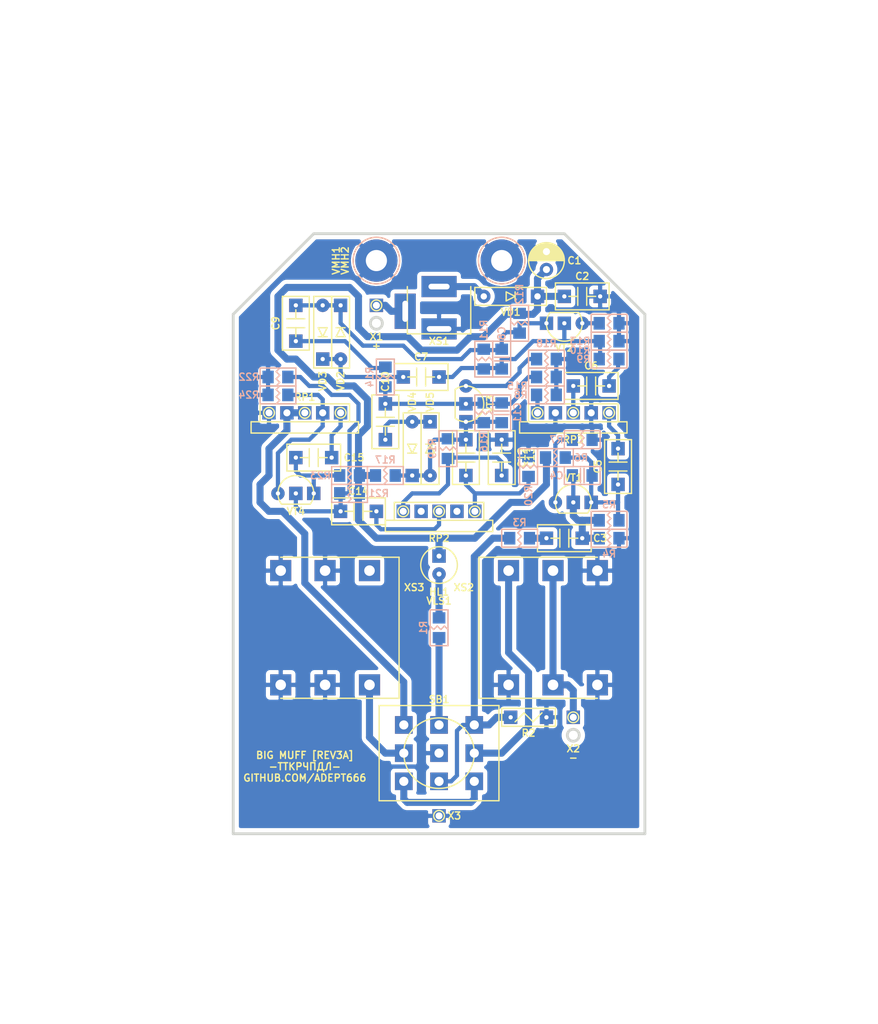
<source format=kicad_pcb>
(kicad_pcb (version 20171130) (host pcbnew 5.1.12-84ad8e8a86~92~ubuntu20.04.1)
  (title_block (title ТКП-1.30.A-1) (date 2024-01-21) (rev 3A) (company "Big Muff [REV3A] NYC") (comment 1 http://github.com/Adept666) (comment 2 "Igor Ivanov (Игорь Иванов)") (comment 3 -ТТКРЧПДЛ-) (comment 4 "This project is licensed under GNU General Public License v3.0 or later"))
  (layers (0 F.Cu jumper) (31 B.Cu signal) (36 B.SilkS user) (37 F.SilkS user) (38 B.Mask user) (39 F.Mask user) (44 Edge.Cuts user))
  (net 0 "")
  (net 1 COM)
  (net 2 "Net-(HL1-PadC)")
  (net 3 /LED)
  (net 4 "Net-(SB1-PadNC1)")
  (net 5 /IN-CON)
  (net 6 /OUT-CON)
  (net 7 /PP3-POS)
  (net 8 /PP3-NEG)
  (net 9 "Net-(VD1-PadA)")
  (net 10 "Net-(C3-Pad2)")
  (net 11 "Net-(C4-Pad2)")
  (net 12 "Net-(C5-Pad2)")
  (net 13 "Net-(C6-Pad1)")
  (net 14 "Net-(C6-Pad2)")
  (net 15 "Net-(C7-Pad1)")
  (net 16 "Net-(C7-Pad2)")
  (net 17 "Net-(C8-Pad2)")
  (net 18 "Net-(C9-Pad2)")
  (net 19 "Net-(C10-Pad1)")
  (net 20 "Net-(C10-Pad2)")
  (net 21 "Net-(C11-Pad2)")
  (net 22 "Net-(C12-Pad2)")
  (net 23 "Net-(C13-Pad1)")
  (net 24 "Net-(C14-Pad1)")
  (net 25 "Net-(C14-Pad2)")
  (net 26 "Net-(C15-Pad1)")
  (net 27 "Net-(C15-Pad2)")
  (net 28 "Net-(R8-Pad2)")
  (net 29 "Net-(C3-Pad1)")
  (net 30 V)
  (net 31 /IN-CIR)
  (net 32 /OUT-CIR)
  (net 33 "Net-(XS3-PadTN)")
  (net 34 "Net-(R7-Pad2)")
  (net 35 "Net-(R13-Pad2)")
  (net 36 "Net-(R18-Pad2)")
  (net 37 "Net-(R24-Pad2)")
  (module KCL-TH-SL:CON-PAD-S-1.0-1.9 (layer F.Cu) (at 96.52 104.14)
    (fp_text reference X1 (at 0 4.445) (layer F.SilkS) (effects (font (thickness 0.2))))
    (fp_text value +)
    (pad 1 thru_hole rect (at 0 0) (size 1.9 1.9) (drill 1) (layers B.Cu B.Mask) (net 7 /PP3-POS))
  )
  (module KCL-TH-SL:CON-PAD-S-1.0-1.9 (layer F.Cu) (at 124.46 162.56)
    (fp_text reference X2 (at 0 4.445) (layer F.SilkS) (effects (font (thickness 0.2))))
    (fp_text value -)
    (pad 1 thru_hole rect (at 0 0) (size 1.9 1.9) (drill 1) (layers B.Cu B.Mask) (net 8 /PP3-NEG))
  )
  (module KCL-TH-SL:CON-PAD-S-1.0-1.9 (layer F.Cu) (at 105.41 176.53)
    (fp_text reference X3 (at 1.0795 0) (layer F.SilkS) (effects (font (thickness 0.2)) (justify left)))
    (fp_text value COM)
    (pad 1 thru_hole rect (at 0 0) (size 1.9 1.9) (drill 1) (layers B.Cu B.Mask) (net 1 COM))
  )
  (module SBEL:B013_E1 (layer F.Cu) (at 105.41 148.59)
    (fp_text reference VE1 hide)
    (fp_text value B013 hide)
  )
  (module SBKCL-TH-SL:RPB-18-1x17-1.6-PNL-7.4-2.8 (layer F.Cu) (at 124.46 108.15)
    (fp_text reference RP3 (at 0 15.04) (layer F.SilkS) (effects (font (thickness 0.2))))
    (fp_text value A100K)
    (pad 3 thru_hole rect (at 5.08 11.23) (size 1.9 1.9) (drill 1) (layers B.Cu B.Mask) (net 12 "Net-(C5-Pad2)"))
    (pad NC2 thru_hole rect (at 2.54 11.23) (size 1.9 1.9) (drill 1) (layers B.Cu B.Mask) (net 1 COM))
    (pad 2 thru_hole rect (at 0 11.23) (size 1.9 1.9) (drill 1) (layers B.Cu B.Mask) (net 13 "Net-(C6-Pad1)"))
    (pad NC1 thru_hole rect (at -2.54 11.23) (size 1.9 1.9) (drill 1) (layers B.Cu B.Mask) (net 1 COM))
    (pad 1 thru_hole rect (at -5.08 11.23) (size 1.9 1.9) (drill 1) (layers B.Cu B.Mask) (net 28 "Net-(R8-Pad2)"))
  )
  (module SBKCL-TH-SL:RPB-18-1x17-1.6-PNL-7.4-2.8 (layer F.Cu) (at 105.41 122.12)
    (fp_text reference RP2 (at 0 15.04) (layer F.SilkS) (effects (font (thickness 0.2))))
    (fp_text value B100K)
    (pad 3 thru_hole rect (at 5.08 11.23) (size 1.9 1.9) (drill 1) (layers B.Cu B.Mask) (net 22 "Net-(C12-Pad2)"))
    (pad NC2 thru_hole rect (at 2.54 11.23) (size 1.9 1.9) (drill 1) (layers B.Cu B.Mask))
    (pad 2 thru_hole rect (at 0 11.23) (size 1.9 1.9) (drill 1) (layers B.Cu B.Mask) (net 24 "Net-(C14-Pad1)"))
    (pad NC1 thru_hole rect (at -2.54 11.23) (size 1.9 1.9) (drill 1) (layers B.Cu B.Mask))
    (pad 1 thru_hole rect (at -5.08 11.23) (size 1.9 1.9) (drill 1) (layers B.Cu B.Mask) (net 23 "Net-(C13-Pad1)"))
  )
  (module SBKCL-TH-SL:RPB-18-1x17-1.6-PNL-7.4-2.8 (layer F.Cu) (at 86.36 108.15)
    (fp_text reference RP1 (at 0 9.0075) (layer F.SilkS) (effects (font (thickness 0.2))))
    (fp_text value A100K)
    (pad 3 thru_hole rect (at 5.08 11.23) (size 1.9 1.9) (drill 1) (layers B.Cu B.Mask) (net 27 "Net-(C15-Pad2)"))
    (pad NC2 thru_hole rect (at 2.54 11.23) (size 1.9 1.9) (drill 1) (layers B.Cu B.Mask) (net 37 "Net-(R24-Pad2)"))
    (pad 2 thru_hole rect (at 0 11.23) (size 1.9 1.9) (drill 1) (layers B.Cu B.Mask) (net 32 /OUT-CIR))
    (pad NC1 thru_hole rect (at -2.54 11.23) (size 1.9 1.9) (drill 1) (layers B.Cu B.Mask) (net 32 /OUT-CIR))
    (pad 1 thru_hole rect (at -5.08 11.23) (size 1.9 1.9) (drill 1) (layers B.Cu B.Mask) (net 1 COM))
  )
  (module KCL-VIRTUAL:B-PP3-HV (layer F.Cu) (at 105.41 187.96)
    (fp_text reference GB1 hide)
    (fp_text value PP3 hide)
  )
  (module KCL-TH-SL:P-TO-92-E-B-C (layer F.Cu) (at 123.19 106.68 180)
    (fp_text reference VT2 (at 0 -3.4925) (layer F.SilkS) (effects (font (thickness 0.2))))
    (fp_text value 5088)
    (pad E thru_hole circle (at -2.54 0 180) (size 1.9 1.9) (drill 0.6) (layers B.Cu B.Mask) (net 35 "Net-(R13-Pad2)"))
    (pad B thru_hole rect (at 0 0 180) (size 1.9 1.9) (drill 0.6) (layers B.Cu B.Mask) (net 15 "Net-(C7-Pad1)"))
    (pad C thru_hole rect (at 2.54 0 180) (size 1.9 1.9) (drill 0.6) (layers B.Cu B.Mask) (net 17 "Net-(C8-Pad2)"))
  )
  (module KCL-TH-SL:P-TO-92-E-B-C (layer F.Cu) (at 109.22 118.11 270)
    (fp_text reference VT3 (at 0 -3.4925 90) (layer F.SilkS) (effects (font (thickness 0.2))))
    (fp_text value 5088)
    (pad E thru_hole circle (at -2.54 0 270) (size 1.9 1.9) (drill 0.6) (layers B.Cu B.Mask) (net 36 "Net-(R18-Pad2)"))
    (pad B thru_hole rect (at 0 0 270) (size 1.9 1.9) (drill 0.6) (layers B.Cu B.Mask) (net 19 "Net-(C10-Pad1)"))
    (pad C thru_hole rect (at 2.54 0 270) (size 1.9 1.9) (drill 0.6) (layers B.Cu B.Mask) (net 21 "Net-(C11-Pad2)"))
  )
  (module KCL-TH-SL:P-TO-92-E-B-C (layer F.Cu) (at 124.46 132.08)
    (fp_text reference VT1 (at 0 -3.4925) (layer F.SilkS) (effects (font (thickness 0.2))))
    (fp_text value 5088)
    (pad C thru_hole rect (at 2.54 0) (size 1.9 1.9) (drill 0.6) (layers B.Cu B.Mask) (net 11 "Net-(C4-Pad2)"))
    (pad B thru_hole rect (at 0 0) (size 1.9 1.9) (drill 0.6) (layers B.Cu B.Mask) (net 10 "Net-(C3-Pad2)"))
    (pad E thru_hole circle (at -2.54 0) (size 1.9 1.9) (drill 0.6) (layers B.Cu B.Mask) (net 34 "Net-(R7-Pad2)"))
  )
  (module KCL-TH-SL:P-TO-92-E-B-C (layer F.Cu) (at 85.09 130.81)
    (fp_text reference VT4 (at 0 2.54) (layer F.SilkS) (effects (font (thickness 0.2))))
    (fp_text value 5088)
    (pad E thru_hole circle (at -2.54 0) (size 1.9 1.9) (drill 0.6) (layers B.Cu B.Mask) (net 37 "Net-(R24-Pad2)"))
    (pad B thru_hole rect (at 0 0) (size 1.9 1.9) (drill 0.6) (layers B.Cu B.Mask) (net 25 "Net-(C14-Pad2)"))
    (pad C thru_hole rect (at 2.54 0) (size 1.9 1.9) (drill 0.6) (layers B.Cu B.Mask) (net 26 "Net-(C15-Pad1)"))
  )
  (module KCL-TH-SL:P-DO-35 (layer F.Cu) (at 88.9 107.95 270)
    (fp_text reference VD3 (at 5.3975 0 90) (layer F.SilkS) (effects (font (thickness 0.2)) (justify right)))
    (fp_text value 6263)
    (pad C thru_hole rect (at 3.81 0 270) (size 1.9 1.9) (drill 0.6) (layers B.Cu B.Mask) (net 16 "Net-(C7-Pad2)"))
    (pad A thru_hole circle (at -3.81 0 270) (size 1.9 1.9) (drill 0.6) (layers B.Cu B.Mask) (net 17 "Net-(C8-Pad2)"))
  )
  (module KCL-TH-SL:P-DO-35 (layer F.Cu) (at 91.44 107.95 90)
    (fp_text reference VD2 (at -5.3975 0 90) (layer F.SilkS) (effects (font (thickness 0.2)) (justify right)))
    (fp_text value 6263)
    (pad C thru_hole rect (at 3.81 0 90) (size 1.9 1.9) (drill 0.6) (layers B.Cu B.Mask) (net 17 "Net-(C8-Pad2)"))
    (pad A thru_hole circle (at -3.81 0 90) (size 1.9 1.9) (drill 0.6) (layers B.Cu B.Mask) (net 16 "Net-(C7-Pad2)"))
  )
  (module KCL-TH-SL:P-DO-35 (layer F.Cu) (at 101.6 124.46 270)
    (fp_text reference VD4 (at -5.08 0 90) (layer F.SilkS) (effects (font (thickness 0.2)) (justify left)))
    (fp_text value 6263)
    (pad C thru_hole rect (at 3.81 0 270) (size 1.9 1.9) (drill 0.6) (layers B.Cu B.Mask) (net 21 "Net-(C11-Pad2)"))
    (pad A thru_hole circle (at -3.81 0 270) (size 1.9 1.9) (drill 0.6) (layers B.Cu B.Mask) (net 20 "Net-(C10-Pad2)"))
  )
  (module KCL-TH-SL:P-DO-35 (layer F.Cu) (at 104.14 124.46 90)
    (fp_text reference VD5 (at 5.08 0 90) (layer F.SilkS) (effects (font (thickness 0.2)) (justify left)))
    (fp_text value 6263)
    (pad C thru_hole rect (at 3.81 0 90) (size 1.9 1.9) (drill 0.6) (layers B.Cu B.Mask) (net 20 "Net-(C10-Pad2)"))
    (pad A thru_hole circle (at -3.81 0 90) (size 1.9 1.9) (drill 0.6) (layers B.Cu B.Mask) (net 21 "Net-(C11-Pad2)"))
  )
  (module KCL-TH-SL:C-DISK-D04.2-T03.0-P05.08-d0.5 (layer F.Cu) (at 125.73 102.87)
    (fp_text reference C2 (at 0 -2.8575) (layer F.SilkS) (effects (font (thickness 0.2))))
    (fp_text value 104)
    (pad 1 thru_hole rect (at -2.54 0) (size 1.9 1.9) (drill 0.6) (layers B.Cu B.Mask) (net 30 V))
    (pad 2 thru_hole rect (at 2.54 0) (size 1.9 1.9) (drill 0.6) (layers B.Cu B.Mask) (net 1 COM))
  )
  (module KCL-TH-SL:C-DISK-D04.2-T03.0-P05.08-d0.5 (layer F.Cu) (at 109.22 125.73 270)
    (fp_text reference C12 (at 0 -7.9375 90) (layer F.SilkS) (effects (font (thickness 0.2))))
    (fp_text value 392)
    (pad 1 thru_hole rect (at -2.54 0 270) (size 1.9 1.9) (drill 0.6) (layers B.Cu B.Mask) (net 21 "Net-(C11-Pad2)"))
    (pad 2 thru_hole rect (at 2.54 0 270) (size 1.9 1.9) (drill 0.6) (layers B.Cu B.Mask) (net 22 "Net-(C12-Pad2)"))
  )
  (module KCL-TH-SL:C-DISK-D04.2-T03.0-P05.08-d0.5 (layer F.Cu) (at 114.3 125.73 90)
    (fp_text reference C13 (at 0 4.1275 90) (layer F.SilkS) (effects (font (thickness 0.2))))
    (fp_text value 103)
    (pad 1 thru_hole rect (at -2.54 0 90) (size 1.9 1.9) (drill 0.6) (layers B.Cu B.Mask) (net 23 "Net-(C13-Pad1)"))
    (pad 2 thru_hole rect (at 2.54 0 90) (size 1.9 1.9) (drill 0.6) (layers B.Cu B.Mask) (net 1 COM))
  )
  (module KCL-TH-SL:C-DISK-D04.2-T03.0-P05.08-d0.5 (layer F.Cu) (at 127 115.57)
    (fp_text reference C6 (at 0 -2.8575) (layer F.SilkS) (effects (font (thickness 0.2))))
    (fp_text value 105)
    (pad 1 thru_hole rect (at -2.54 0) (size 1.9 1.9) (drill 0.6) (layers B.Cu B.Mask) (net 13 "Net-(C6-Pad1)"))
    (pad 2 thru_hole rect (at 2.54 0) (size 1.9 1.9) (drill 0.6) (layers B.Cu B.Mask) (net 14 "Net-(C6-Pad2)"))
  )
  (module KCL-TH-SL:C-DISK-D04.2-T03.0-P05.08-d0.5 (layer F.Cu) (at 130.81 127 90)
    (fp_text reference C5 (at 0 -2.8575 90) (layer F.SilkS) (effects (font (thickness 0.2))))
    (fp_text value 105)
    (pad 2 thru_hole rect (at 2.54 0 90) (size 1.9 1.9) (drill 0.6) (layers B.Cu B.Mask) (net 12 "Net-(C5-Pad2)"))
    (pad 1 thru_hole rect (at -2.54 0 90) (size 1.9 1.9) (drill 0.6) (layers B.Cu B.Mask) (net 11 "Net-(C4-Pad2)"))
  )
  (module KCL-TH-SL:C-DISK-D04.2-T03.0-P05.08-d0.5 (layer F.Cu) (at 123.19 137.16)
    (fp_text reference C3 (at 5.08 0) (layer F.SilkS) (effects (font (thickness 0.2))))
    (fp_text value 105)
    (pad 1 thru_hole rect (at -2.54 0) (size 1.9 1.9) (drill 0.6) (layers B.Cu B.Mask) (net 29 "Net-(C3-Pad1)"))
    (pad 2 thru_hole rect (at 2.54 0) (size 1.9 1.9) (drill 0.6) (layers B.Cu B.Mask) (net 10 "Net-(C3-Pad2)"))
  )
  (module KCL-TH-SL:C-DISK-D04.2-T03.0-P05.08-d0.5 (layer F.Cu) (at 93.98 133.35 180)
    (fp_text reference C14 (at 0 2.8575) (layer F.SilkS) (effects (font (thickness 0.2))))
    (fp_text value 105)
    (pad 2 thru_hole rect (at 2.54 0 180) (size 1.9 1.9) (drill 0.6) (layers B.Cu B.Mask) (net 25 "Net-(C14-Pad2)"))
    (pad 1 thru_hole rect (at -2.54 0 180) (size 1.9 1.9) (drill 0.6) (layers B.Cu B.Mask) (net 24 "Net-(C14-Pad1)"))
  )
  (module KCL-TH-SL:C-DISK-D04.2-T03.0-P05.08-d0.5 (layer F.Cu) (at 87.63 125.73)
    (fp_text reference C15 (at 4.1275 0) (layer F.SilkS) (effects (font (thickness 0.2)) (justify left)))
    (fp_text value 105)
    (pad 1 thru_hole rect (at -2.54 0) (size 1.9 1.9) (drill 0.6) (layers B.Cu B.Mask) (net 26 "Net-(C15-Pad1)"))
    (pad 2 thru_hole rect (at 2.54 0) (size 1.9 1.9) (drill 0.6) (layers B.Cu B.Mask) (net 27 "Net-(C15-Pad2)"))
  )
  (module KCL-TH-SL:C-DISK-D04.2-T03.0-P05.08-d0.5 (layer F.Cu) (at 97.79 120.65 270)
    (fp_text reference C10 (at -4.1275 0 90) (layer F.SilkS) (effects (font (thickness 0.2)) (justify left)))
    (fp_text value 105)
    (pad 1 thru_hole rect (at -2.54 0 270) (size 1.9 1.9) (drill 0.6) (layers B.Cu B.Mask) (net 19 "Net-(C10-Pad1)"))
    (pad 2 thru_hole rect (at 2.54 0 270) (size 1.9 1.9) (drill 0.6) (layers B.Cu B.Mask) (net 20 "Net-(C10-Pad2)"))
  )
  (module KCL-TH-SL:C-DISK-D04.2-T03.0-P05.08-d0.5 (layer F.Cu) (at 102.87 114.3 180)
    (fp_text reference C7 (at 0 2.8575) (layer F.SilkS) (effects (font (thickness 0.2))))
    (fp_text value 105)
    (pad 2 thru_hole rect (at 2.54 0 180) (size 1.9 1.9) (drill 0.6) (layers B.Cu B.Mask) (net 16 "Net-(C7-Pad2)"))
    (pad 1 thru_hole rect (at -2.54 0 180) (size 1.9 1.9) (drill 0.6) (layers B.Cu B.Mask) (net 15 "Net-(C7-Pad1)"))
  )
  (module KCL-TH-SL:C-DISK-D04.2-T03.0-P05.08-d0.5 (layer F.Cu) (at 85.09 106.68 270)
    (fp_text reference C9 (at 0 2.8575 90) (layer F.SilkS) (effects (font (thickness 0.2))))
    (fp_text value 105)
    (pad 1 thru_hole rect (at -2.54 0 270) (size 1.9 1.9) (drill 0.6) (layers B.Cu B.Mask) (net 17 "Net-(C8-Pad2)"))
    (pad 2 thru_hole rect (at 2.54 0 270) (size 1.9 1.9) (drill 0.6) (layers B.Cu B.Mask) (net 18 "Net-(C9-Pad2)"))
  )
  (module KCL-TH-SL:P-DO-41 (layer F.Cu) (at 115.57 102.87)
    (fp_text reference VD1 (at 0 2.2225) (layer F.SilkS) (effects (font (thickness 0.2))))
    (fp_text value 5817)
    (pad A thru_hole circle (at -3.81 0) (size 1.9 1.9) (drill 0.9) (layers B.Cu B.Mask) (net 9 "Net-(VD1-PadA)"))
    (pad C thru_hole rect (at 3.81 0) (size 1.9 1.9) (drill 0.9) (layers B.Cu B.Mask) (net 30 V))
  )
  (module KCL-SM:C-SM-1206 (layer B.Cu) (at 114.3 111.76 90)
    (fp_text reference C8 (at 2.54 0 90) (layer B.SilkS) (effects (font (thickness 0.2)) (justify right mirror)))
    (fp_text value 471)
    (pad 2 smd rect (at 1.4 0 90) (size 1.6 1.8) (layers B.Cu B.Mask) (net 17 "Net-(C8-Pad2)"))
    (pad 1 smd rect (at -1.4 0 90) (size 1.6 1.8) (layers B.Cu B.Mask) (net 15 "Net-(C7-Pad1)"))
  )
  (module KCL-SM:C-SM-1206 (layer B.Cu) (at 114.3 119.38 270)
    (fp_text reference C11 (at 0 -2.2225 270) (layer B.SilkS) (effects (font (thickness 0.2)) (justify mirror)))
    (fp_text value 471)
    (pad 2 smd rect (at 1.4 0 270) (size 1.6 1.8) (layers B.Cu B.Mask) (net 21 "Net-(C11-Pad2)"))
    (pad 1 smd rect (at -1.4 0 270) (size 1.6 1.8) (layers B.Cu B.Mask) (net 19 "Net-(C10-Pad1)"))
  )
  (module KCL-SM:C-SM-1206 (layer B.Cu) (at 125.73 128.27)
    (fp_text reference C4 (at -2.54 0) (layer B.SilkS) (effects (font (thickness 0.2)) (justify left mirror)))
    (fp_text value 471)
    (pad 2 smd rect (at 1.4 0) (size 1.6 1.8) (layers B.Cu B.Mask) (net 11 "Net-(C4-Pad2)"))
    (pad 1 smd rect (at -1.4 0) (size 1.6 1.8) (layers B.Cu B.Mask) (net 10 "Net-(C3-Pad2)"))
  )
  (module KCL-SM:R-SM-1206 (layer B.Cu) (at 129.54 134.62)
    (fp_text reference R5 (at 0 -2.2225) (layer B.SilkS) (effects (font (thickness 0.2)) (justify mirror)))
    (fp_text value 514)
    (pad 2 smd rect (at 1.4 0) (size 1.6 1.8) (layers B.Cu B.Mask) (net 11 "Net-(C4-Pad2)"))
    (pad 1 smd rect (at -1.4 0) (size 1.6 1.8) (layers B.Cu B.Mask) (net 10 "Net-(C3-Pad2)"))
  )
  (module KCL-SM:R-SM-1206 (layer B.Cu) (at 129.54 137.16 180)
    (fp_text reference R4 (at 0 -2.2225) (layer B.SilkS) (effects (font (thickness 0.2)) (justify mirror)))
    (fp_text value 104)
    (pad 2 smd rect (at 1.4 0 180) (size 1.6 1.8) (layers B.Cu B.Mask) (net 10 "Net-(C3-Pad2)"))
    (pad 1 smd rect (at -1.4 0 180) (size 1.6 1.8) (layers B.Cu B.Mask) (net 1 COM))
  )
  (module KCL-SM:R-SM-1206 (layer B.Cu) (at 116.84 137.16)
    (fp_text reference R3 (at 0 -2.2225) (layer B.SilkS) (effects (font (thickness 0.2)) (justify mirror)))
    (fp_text value 393)
    (pad 2 smd rect (at 1.4 0) (size 1.6 1.8) (layers B.Cu B.Mask) (net 29 "Net-(C3-Pad1)"))
    (pad 1 smd rect (at -1.4 0) (size 1.6 1.8) (layers B.Cu B.Mask) (net 31 /IN-CIR))
  )
  (module KCL-SM:R-SM-1206 (layer B.Cu) (at 121.92 125.73 180)
    (fp_text reference R6 (at -2.54 0 180) (layer B.SilkS) (effects (font (thickness 0.2)) (justify right mirror)))
    (fp_text value 103)
    (pad 2 smd rect (at 1.4 0 180) (size 1.6 1.8) (layers B.Cu B.Mask) (net 30 V))
    (pad 1 smd rect (at -1.4 0 180) (size 1.6 1.8) (layers B.Cu B.Mask) (net 11 "Net-(C4-Pad2)"))
  )
  (module KCL-SM:R-SM-1206 (layer B.Cu) (at 118.11 127 90)
    (fp_text reference R20 (at -2.54 0 90) (layer B.SilkS) (effects (font (thickness 0.2)) (justify left mirror)))
    (fp_text value 223)
    (pad 2 smd rect (at 1.4 0 90) (size 1.6 1.8) (layers B.Cu B.Mask) (net 1 COM))
    (pad 1 smd rect (at -1.4 0 90) (size 1.6 1.8) (layers B.Cu B.Mask) (net 22 "Net-(C12-Pad2)"))
  )
  (module KCL-SM:R-SM-1206 (layer B.Cu) (at 125.73 123.19 180)
    (fp_text reference R7 (at 2.54 0 180) (layer B.SilkS) (effects (font (thickness 0.2)) (justify left mirror)))
    (fp_text value 101)
    (pad 2 smd rect (at 1.4 0 180) (size 1.6 1.8) (layers B.Cu B.Mask) (net 34 "Net-(R7-Pad2)"))
    (pad 1 smd rect (at -1.4 0 180) (size 1.6 1.8) (layers B.Cu B.Mask) (net 1 COM))
  )
  (module KCL-SM:R-SM-1206 (layer B.Cu) (at 129.54 106.68 180)
    (fp_text reference R13 (at 2.54 -2.54 180) (layer B.SilkS) (effects (font (thickness 0.2)) (justify left mirror)))
    (fp_text value 391)
    (pad 2 smd rect (at 1.4 0 180) (size 1.6 1.8) (layers B.Cu B.Mask) (net 35 "Net-(R13-Pad2)"))
    (pad 1 smd rect (at -1.4 0 180) (size 1.6 1.8) (layers B.Cu B.Mask) (net 1 COM))
  )
  (module KCL-SM:R-SM-1206 (layer B.Cu) (at 129.54 109.22 180)
    (fp_text reference R10 (at 2.54 -1.27) (layer B.SilkS) (effects (font (thickness 0.2)) (justify left mirror)))
    (fp_text value 104)
    (pad 2 smd rect (at 1.4 0 180) (size 1.6 1.8) (layers B.Cu B.Mask) (net 15 "Net-(C7-Pad1)"))
    (pad 1 smd rect (at -1.4 0 180) (size 1.6 1.8) (layers B.Cu B.Mask) (net 1 COM))
  )
  (module KCL-SM:R-SM-1206 (layer B.Cu) (at 129.54 111.76 180)
    (fp_text reference R9 (at 2.54 0) (layer B.SilkS) (effects (font (thickness 0.2)) (justify left mirror)))
    (fp_text value 103)
    (pad 2 smd rect (at 1.4 0 180) (size 1.6 1.8) (layers B.Cu B.Mask) (net 15 "Net-(C7-Pad1)"))
    (pad 1 smd rect (at -1.4 0 180) (size 1.6 1.8) (layers B.Cu B.Mask) (net 14 "Net-(C6-Pad2)"))
  )
  (module KCL-SM:R-SM-1206 (layer B.Cu) (at 120.65 116.84 180)
    (fp_text reference R8 (at 2.54 0) (layer B.SilkS) (effects (font (thickness 0.2)) (justify left mirror)))
    (fp_text value 182)
    (pad 2 smd rect (at 1.4 0 180) (size 1.6 1.8) (layers B.Cu B.Mask) (net 28 "Net-(R8-Pad2)"))
    (pad 1 smd rect (at -1.4 0 180) (size 1.6 1.8) (layers B.Cu B.Mask) (net 1 COM))
  )
  (module KCL-SM:R-SM-1206 (layer B.Cu) (at 120.65 114.3 180)
    (fp_text reference R15 (at 2.54 -1.27) (layer B.SilkS) (effects (font (thickness 0.2)) (justify left mirror)))
    (fp_text value 104)
    (pad 2 smd rect (at 1.4 0 180) (size 1.6 1.8) (layers B.Cu B.Mask) (net 19 "Net-(C10-Pad1)"))
    (pad 1 smd rect (at -1.4 0 180) (size 1.6 1.8) (layers B.Cu B.Mask) (net 1 COM))
  )
  (module KCL-SM:R-SM-1206 (layer B.Cu) (at 120.65 111.76 180)
    (fp_text reference R18 (at 0 2.2225 180) (layer B.SilkS) (effects (font (thickness 0.2)) (justify mirror)))
    (fp_text value 391)
    (pad 2 smd rect (at 1.4 0 180) (size 1.6 1.8) (layers B.Cu B.Mask) (net 36 "Net-(R18-Pad2)"))
    (pad 1 smd rect (at -1.4 0 180) (size 1.6 1.8) (layers B.Cu B.Mask) (net 1 COM))
  )
  (module KCL-SM:R-SM-1206 (layer B.Cu) (at 116.84 106.68 90)
    (fp_text reference R12 (at 2.54 0 90) (layer B.SilkS) (effects (font (thickness 0.2)) (justify right mirror)))
    (fp_text value 103)
    (pad 2 smd rect (at 1.4 0 90) (size 1.6 1.8) (layers B.Cu B.Mask) (net 30 V))
    (pad 1 smd rect (at -1.4 0 90) (size 1.6 1.8) (layers B.Cu B.Mask) (net 17 "Net-(C8-Pad2)"))
  )
  (module KCL-SM:R-SM-1206 (layer B.Cu) (at 111.76 111.76 90)
    (fp_text reference R11 (at 2.54 0 90) (layer B.SilkS) (effects (font (thickness 0.2)) (justify right mirror)))
    (fp_text value 474)
    (pad 2 smd rect (at 1.4 0 90) (size 1.6 1.8) (layers B.Cu B.Mask) (net 17 "Net-(C8-Pad2)"))
    (pad 1 smd rect (at -1.4 0 90) (size 1.6 1.8) (layers B.Cu B.Mask) (net 15 "Net-(C7-Pad1)"))
  )
  (module KCL-SM:R-SM-1206 (layer B.Cu) (at 111.76 119.38 270)
    (fp_text reference R16 (at 2.54 0 90) (layer B.SilkS) (effects (font (thickness 0.2)) (justify left mirror)))
    (fp_text value 474)
    (pad 2 smd rect (at 1.4 0 270) (size 1.6 1.8) (layers B.Cu B.Mask) (net 21 "Net-(C11-Pad2)"))
    (pad 1 smd rect (at -1.4 0 270) (size 1.6 1.8) (layers B.Cu B.Mask) (net 19 "Net-(C10-Pad1)"))
  )
  (module KCL-SM:R-SM-1206 (layer B.Cu) (at 97.79 114.3 270)
    (fp_text reference R14 (at 0 2.2225 90) (layer B.SilkS) (effects (font (thickness 0.2)) (justify mirror)))
    (fp_text value 103)
    (pad 2 smd rect (at 1.4 0 270) (size 1.6 1.8) (layers B.Cu B.Mask) (net 19 "Net-(C10-Pad1)"))
    (pad 1 smd rect (at -1.4 0 270) (size 1.6 1.8) (layers B.Cu B.Mask) (net 18 "Net-(C9-Pad2)"))
  )
  (module KCL-SM:R-SM-1206 (layer B.Cu) (at 106.68 124.46 270)
    (fp_text reference R19 (at 0 2.2225 270) (layer B.SilkS) (effects (font (thickness 0.2)) (justify mirror)))
    (fp_text value 223)
    (pad 2 smd rect (at 1.4 0 270) (size 1.6 1.8) (layers B.Cu B.Mask) (net 23 "Net-(C13-Pad1)"))
    (pad 1 smd rect (at -1.4 0 270) (size 1.6 1.8) (layers B.Cu B.Mask) (net 21 "Net-(C11-Pad2)"))
  )
  (module KCL-SM:R-SM-1206 (layer B.Cu) (at 97.79 128.27 180)
    (fp_text reference R17 (at 0 2.2225) (layer B.SilkS) (effects (font (thickness 0.2)) (justify mirror)))
    (fp_text value 103)
    (pad 1 smd rect (at -1.4 0 180) (size 1.6 1.8) (layers B.Cu B.Mask) (net 21 "Net-(C11-Pad2)"))
    (pad 2 smd rect (at 1.4 0 180) (size 1.6 1.8) (layers B.Cu B.Mask) (net 30 V))
  )
  (module KCL-SM:R-SM-1206 (layer B.Cu) (at 92.71 128.27)
    (fp_text reference R23 (at -2.54 0) (layer B.SilkS) (effects (font (thickness 0.2)) (justify left mirror)))
    (fp_text value 103)
    (pad 2 smd rect (at 1.4 0) (size 1.6 1.8) (layers B.Cu B.Mask) (net 30 V))
    (pad 1 smd rect (at -1.4 0) (size 1.6 1.8) (layers B.Cu B.Mask) (net 26 "Net-(C15-Pad1)"))
  )
  (module KCL-SM:R-SM-1206 (layer B.Cu) (at 92.71 130.81)
    (fp_text reference R21 (at 2.54 0) (layer B.SilkS) (effects (font (thickness 0.2)) (justify right mirror)))
    (fp_text value 474)
    (pad 2 smd rect (at 1.4 0) (size 1.6 1.8) (layers B.Cu B.Mask) (net 30 V))
    (pad 1 smd rect (at -1.4 0) (size 1.6 1.8) (layers B.Cu B.Mask) (net 25 "Net-(C14-Pad2)"))
  )
  (module KCL-SM:R-SM-1206 (layer B.Cu) (at 82.55 114.3)
    (fp_text reference R22 (at -2.54 0) (layer B.SilkS) (effects (font (thickness 0.2)) (justify left mirror)))
    (fp_text value 104)
    (pad 2 smd rect (at 1.4 0) (size 1.6 1.8) (layers B.Cu B.Mask) (net 25 "Net-(C14-Pad2)"))
    (pad 1 smd rect (at -1.4 0) (size 1.6 1.8) (layers B.Cu B.Mask) (net 1 COM))
  )
  (module KCL-SM:R-SM-1206 (layer B.Cu) (at 82.55 116.84)
    (fp_text reference R24 (at -2.54 0) (layer B.SilkS) (effects (font (thickness 0.2)) (justify left mirror)))
    (fp_text value 202)
    (pad 2 smd rect (at 1.4 0) (size 1.6 1.8) (layers B.Cu B.Mask) (net 37 "Net-(R24-Pad2)"))
    (pad 1 smd rect (at -1.4 0) (size 1.6 1.8) (layers B.Cu B.Mask) (net 1 COM))
  )
  (module KCL-TH-SL:R-MFR-12 (layer F.Cu) (at 118.11 162.56 180)
    (fp_text reference R2 (at 0 -2.2225) (layer F.SilkS) (effects (font (thickness 0.2))))
    (fp_text value 105)
    (pad 2 thru_hole rect (at 2.54 0 180) (size 1.9 1.9) (drill 0.6) (layers B.Cu B.Mask) (net 31 /IN-CIR))
    (pad 1 thru_hole rect (at -2.54 0 180) (size 1.9 1.9) (drill 0.6) (layers B.Cu B.Mask) (net 1 COM))
  )
  (module KCL-SM:R-SM-1206 (layer B.Cu) (at 105.41 149.86 90)
    (fp_text reference R1 (at 0 -2.2225 90) (layer B.SilkS) (effects (font (thickness 0.2)) (justify mirror)))
    (fp_text value 103)
    (pad 2 smd rect (at 1.4 0 90) (size 1.6 1.8) (layers B.Cu B.Mask) (net 2 "Net-(HL1-PadC)"))
    (pad 1 smd rect (at -1.4 0 90) (size 1.6 1.8) (layers B.Cu B.Mask) (net 3 /LED))
  )
  (module KCL-TH-SL:CP-RADIAL-D05.0-P02.0-CLS (layer F.Cu) (at 120.65 97.79 90)
    (fp_text reference C1 (at 0 2.8575 180) (layer F.SilkS) (effects (font (thickness 0.2)) (justify left)))
    (fp_text value 106)
    (pad + thru_hole circle (at -1.27 0 90) (size 1.9 1.9) (drill 1) (layers B.Cu B.Mask) (net 30 V))
    (pad - thru_hole rect (at 1.27 0 90) (size 1.9 1.9) (drill 1) (layers B.Cu B.Mask) (net 1 COM))
  )
  (module KCL-VIRTUAL:VLS-BR (layer F.Cu) (at 105.41 140.97)
    (fp_text reference VLS1 (at 0 5.08) (layer F.SilkS) (effects (font (thickness 0.2))))
    (fp_text value BR-12.7)
  )
  (module KCL-TH-SL:LED-ROUND-05.0-UNI-SH-SPACER-PNL-5.3 (layer F.Cu) (at 105.41 140.97 90)
    (fp_text reference HL1 (at -3.81 0 180) (layer F.SilkS) (effects (font (thickness 0.2))))
    (fp_text value FYL-5013UWC)
    (pad C thru_hole circle (at -1.27 0 90) (size 1.9 1.9) (drill 0.7) (layers B.Cu B.Mask) (net 2 "Net-(HL1-PadC)"))
    (pad A thru_hole rect (at 1.27 0 90) (size 1.9 1.9) (drill 0.7) (layers B.Cu B.Mask) (net 30 V))
  )
  (module KCL-TH-SL:SW-PBS-24-302SP-2.5-PNL-13.0 (layer F.Cu) (at 105.41 167.64)
    (fp_text reference SB1 (at 0 -7.62) (layer F.SilkS) (effects (font (thickness 0.2))))
    (fp_text value PBS-24-302SP)
    (pad COM3 thru_hole rect (at 5 0) (size 2.5 2.5) (drill 1.3) (layers B.Cu B.Mask) (net 5 /IN-CON))
    (pad NC3 thru_hole rect (at 5 4) (size 2.5 2.5) (drill 1.3) (layers B.Cu B.Mask) (net 4 "Net-(SB1-PadNC1)"))
    (pad NO3 thru_hole rect (at 5 -4) (size 2.5 2.5) (drill 1.3) (layers B.Cu B.Mask) (net 31 /IN-CIR))
    (pad COM2 thru_hole rect (at 0 0) (size 2.5 2.5) (drill 1.3) (layers B.Cu B.Mask) (net 1 COM))
    (pad NC2 thru_hole rect (at 0 4) (size 2.5 2.5) (drill 1.3) (layers B.Cu B.Mask) (net 31 /IN-CIR))
    (pad NO2 thru_hole rect (at 0 -4) (size 2.5 2.5) (drill 1.3) (layers B.Cu B.Mask) (net 3 /LED))
    (pad NO1 thru_hole rect (at -5 -4) (size 2.5 2.5) (drill 1.3) (layers B.Cu B.Mask) (net 32 /OUT-CIR))
    (pad COM1 thru_hole rect (at -5 0) (size 2.5 2.5) (drill 1.3) (layers B.Cu B.Mask) (net 6 /OUT-CON))
    (pad NC1 thru_hole rect (at -5 4) (size 2.5 2.5) (drill 1.3) (layers B.Cu B.Mask) (net 4 "Net-(SB1-PadNC1)"))
  )
  (module KCL-TH-SL:CON-PJ-644C (layer F.Cu) (at 78.74 149.86 270)
    (fp_text reference XS3 (at -5.715 -21.59) (layer F.SilkS) (effects (font (thickness 0.2)) (justify left)))
    (fp_text value PJ-644C)
    (pad TN thru_hole rect (at -8.1 -16.8 270) (size 3 3) (drill 1.5) (layers B.Cu B.Mask) (net 33 "Net-(XS3-PadTN)"))
    (pad RN thru_hole rect (at -8.1 -10.5 270) (size 3 3) (drill 1.5) (layers B.Cu B.Mask) (net 1 COM))
    (pad SN thru_hole rect (at -8.1 -4.2 270) (size 3 3) (drill 1.5) (layers B.Cu B.Mask) (net 1 COM))
    (pad T thru_hole rect (at 8.1 -16.8 270) (size 3 3) (drill 1.5) (layers B.Cu B.Mask) (net 6 /OUT-CON))
    (pad R thru_hole rect (at 8.1 -10.5 270) (size 3 3) (drill 1.5) (layers B.Cu B.Mask) (net 1 COM))
    (pad S thru_hole rect (at 8.1 -4.2 270) (size 3 3) (drill 1.5) (layers B.Cu B.Mask) (net 1 COM))
  )
  (module KCL-TH-SL:CON-PJ-644C (layer F.Cu) (at 132.08 149.86 90)
    (fp_text reference XS2 (at 5.715 -21.59 180) (layer F.SilkS) (effects (font (thickness 0.2)) (justify right)))
    (fp_text value PJ-644C)
    (pad TN thru_hole rect (at -8.1 -16.8 90) (size 3 3) (drill 1.5) (layers B.Cu B.Mask) (net 1 COM))
    (pad RN thru_hole rect (at -8.1 -10.5 90) (size 3 3) (drill 1.5) (layers B.Cu B.Mask) (net 8 /PP3-NEG))
    (pad SN thru_hole rect (at -8.1 -4.2 90) (size 3 3) (drill 1.5) (layers B.Cu B.Mask) (net 1 COM))
    (pad T thru_hole rect (at 8.1 -16.8 90) (size 3 3) (drill 1.5) (layers B.Cu B.Mask) (net 5 /IN-CON))
    (pad R thru_hole rect (at 8.1 -10.5 90) (size 3 3) (drill 1.5) (layers B.Cu B.Mask) (net 8 /PP3-NEG))
    (pad S thru_hole rect (at 8.1 -4.2 90) (size 3 3) (drill 1.5) (layers B.Cu B.Mask) (net 1 COM))
  )
  (module KCL-TH-SL:CON-DC-005 (layer F.Cu) (at 105.41 93.98 180)
    (fp_text reference XS1 (at 0 -15.24) (layer F.SilkS) (effects (font (thickness 0.2))))
    (fp_text value DC-005)
    (pad C thru_hole rect (at 0 -13.5 180) (size 5 3) (drill oval 3.5 0.8) (layers B.Cu B.Mask) (net 1 COM))
    (pad SN thru_hole rect (at 4.8 -11 180) (size 3 5) (drill oval 0.8 3) (layers B.Cu B.Mask) (net 7 /PP3-POS))
    (pad S thru_hole rect (at 0 -7.5 180) (size 5 3) (drill oval 3 0.8) (layers B.Cu B.Mask) (net 9 "Net-(VD1-PadA)"))
  )
  (module KCL-TH-SL:VMH-STA-DA5-PNL-3.0 (layer F.Cu) (at 114.3 97.79)
    (fp_text reference VMH2 (at -22.225 0 90) (layer F.SilkS) (effects (font (thickness 0.2))))
    (fp_text value DI5M3x18)
    (pad 0 thru_hole circle (at 0 0) (size 6 6) (drill 3) (layers B.Cu B.Mask) (net 1 COM))
  )
  (module KCL-TH-SL:VMH-STA-DA5-PNL-3.0 (layer F.Cu) (at 96.52 97.79)
    (fp_text reference VMH1 (at -5.715 0 90) (layer F.SilkS) (effects (font (thickness 0.2))))
    (fp_text value DI5M3x18)
    (pad 0 thru_hole circle (at 0 0) (size 6 6) (drill 3) (layers B.Cu B.Mask) (net 1 COM))
  )
  (gr_text - (at 124.46 168.275) (layer F.SilkS) (effects (font (size 1 1) (thickness 0.2))))
  (gr_text + (at 96.52 109.855) (layer F.SilkS) (effects (font (size 1 1) (thickness 0.2))))
  (gr_text "BIG MUFF [REV3A]\n-ТТКРЧПДЛ-\nGITHUB.COM/ADEPT666" (at 86.36 169.545) (layer F.SilkS) (effects (font (size 1 1) (thickness 0.2))))
  (gr_circle (center 124.46 165.1) (end 125.31 165.1) (layer Edge.Cuts) (width 0.4))
  (gr_circle (center 96.52 106.68) (end 97.37 106.68) (layer Edge.Cuts) (width 0.4))
  (gr_line (start 123.19 93.98) (end 134.62 105.41) (layer Edge.Cuts) (width 0.4))
  (gr_line (start 76.2 105.41) (end 87.63 93.98) (layer Edge.Cuts) (width 0.4))
  (gr_line (start 134.62 105.41) (end 134.62 179.07) (layer Edge.Cuts) (width 0.4))
  (gr_line (start 76.2 105.41) (end 76.2 179.07) (layer Edge.Cuts) (width 0.4))
  (gr_line (start 76.2 179.07) (end 134.62 179.07) (layer Edge.Cuts) (width 0.4))
  (gr_line (start 87.63 93.98) (end 123.19 93.98) (layer Edge.Cuts) (width 0.4))
  (segment (start 98.425 169.545) (end 102.235 169.545) (width 0.6) (layer B.Cu) (net 1))
  (segment (start 105.41 148.46) (end 105.41 142.24) (width 1) (layer B.Cu) (net 2))
  (segment (start 105.41 163.64) (end 105.41 151.26) (width 1) (layer B.Cu) (net 3))
  (segment (start 110.41 174.14) (end 110.41 171.64) (width 1) (layer B.Cu) (net 4))
  (segment (start 109.925 174.625) (end 110.41 174.14) (width 1) (layer B.Cu) (net 4))
  (segment (start 100.895 174.625) (end 109.925 174.625) (width 1) (layer B.Cu) (net 4))
  (segment (start 100.41 174.14) (end 100.895 174.625) (width 1) (layer B.Cu) (net 4))
  (segment (start 100.41 171.64) (end 100.41 174.14) (width 1) (layer B.Cu) (net 4))
  (segment (start 114.3 167.64) (end 110.41 167.64) (width 1) (layer B.Cu) (net 5))
  (segment (start 118.11 163.83) (end 114.3 167.64) (width 1) (layer B.Cu) (net 5))
  (segment (start 118.11 156.21) (end 118.11 163.83) (width 1) (layer B.Cu) (net 5))
  (segment (start 115.28 153.38) (end 118.11 156.21) (width 1) (layer B.Cu) (net 5))
  (segment (start 115.28 141.76) (end 115.28 153.38) (width 1) (layer B.Cu) (net 5))
  (segment (start 100.41 167.64) (end 97.79 167.64) (width 1) (layer B.Cu) (net 6))
  (segment (start 95.54 165.39) (end 97.79 167.64) (width 1) (layer B.Cu) (net 6))
  (segment (start 95.54 157.96) (end 95.54 165.39) (width 1) (layer B.Cu) (net 6))
  (segment (start 100.61 104.98) (end 98.63 104.98) (width 1) (layer B.Cu) (net 7))
  (segment (start 98.63 104.98) (end 97.79 104.14) (width 1) (layer B.Cu) (net 7))
  (segment (start 97.79 104.14) (end 96.52 104.14) (width 1) (layer B.Cu) (net 7))
  (segment (start 121.58 141.76) (end 121.58 157.96) (width 1) (layer B.Cu) (net 8))
  (segment (start 124.46 158.75) (end 124.46 162.56) (width 1) (layer B.Cu) (net 8))
  (segment (start 123.67 157.96) (end 124.46 158.75) (width 1) (layer B.Cu) (net 8))
  (segment (start 121.58 157.96) (end 123.67 157.96) (width 1) (layer B.Cu) (net 8))
  (segment (start 105.41 101.48) (end 110.37 101.48) (width 1) (layer B.Cu) (net 9))
  (segment (start 110.37 101.48) (end 111.76 102.87) (width 1) (layer B.Cu) (net 9))
  (segment (start 124.46 128.27) (end 124.46 132.08) (width 0.6) (layer B.Cu) (net 10))
  (segment (start 128.14 137.16) (end 125.73 137.16) (width 1) (layer B.Cu) (net 10))
  (segment (start 125.73 134.62) (end 125.73 137.16) (width 1) (layer B.Cu) (net 10))
  (segment (start 128.14 134.62) (end 125.73 134.62) (width 1) (layer B.Cu) (net 10))
  (segment (start 124.46 133.985) (end 125.095 134.62) (width 1) (layer B.Cu) (net 10))
  (segment (start 124.46 132.08) (end 124.46 133.985) (width 1) (layer B.Cu) (net 10))
  (segment (start 125.095 134.62) (end 125.73 134.62) (width 1) (layer B.Cu) (net 10))
  (segment (start 127 132.08) (end 130.81 132.08) (width 0.6) (layer B.Cu) (net 11))
  (segment (start 130.81 132.08) (end 130.81 129.54) (width 0.6) (layer B.Cu) (net 11))
  (segment (start 130.81 132.08) (end 130.81 134.62) (width 0.6) (layer B.Cu) (net 11))
  (segment (start 127 126.365) (end 127 132.08) (width 0.6) (layer B.Cu) (net 11))
  (segment (start 126.365 125.73) (end 127 126.365) (width 0.6) (layer B.Cu) (net 11))
  (segment (start 123.32 125.73) (end 126.365 125.73) (width 0.6) (layer B.Cu) (net 11))
  (segment (start 130.81 122.555) (end 130.81 124.46) (width 0.6) (layer B.Cu) (net 12))
  (segment (start 129.54 121.285) (end 130.81 122.555) (width 0.6) (layer B.Cu) (net 12))
  (segment (start 129.54 119.38) (end 129.54 121.285) (width 0.6) (layer B.Cu) (net 12))
  (segment (start 124.46 115.57) (end 124.46 119.38) (width 0.6) (layer B.Cu) (net 13))
  (segment (start 129.54 115.57) (end 129.54 114.3) (width 0.6) (layer B.Cu) (net 14))
  (segment (start 129.54 114.3) (end 130.81 113.03) (width 0.6) (layer B.Cu) (net 14))
  (segment (start 130.81 113.03) (end 130.81 111.76) (width 0.6) (layer B.Cu) (net 14))
  (segment (start 108.585 113.03) (end 111.76 113.03) (width 0.6) (layer B.Cu) (net 15))
  (segment (start 111.76 113.03) (end 114.3 113.03) (width 0.6) (layer B.Cu) (net 15))
  (segment (start 128.27 109.22) (end 128.27 111.76) (width 0.6) (layer B.Cu) (net 15))
  (segment (start 128.14 109.22) (end 123.19 109.22) (width 0.6) (layer B.Cu) (net 15))
  (segment (start 123.19 106.68) (end 123.19 109.22) (width 0.6) (layer B.Cu) (net 15))
  (segment (start 118.745 109.22) (end 123.19 109.22) (width 0.6) (layer B.Cu) (net 15))
  (segment (start 116.205 111.76) (end 118.745 109.22) (width 0.6) (layer B.Cu) (net 15))
  (segment (start 114.3 111.76) (end 116.205 111.76) (width 0.6) (layer B.Cu) (net 15))
  (segment (start 114.3 113.03) (end 114.3 111.76) (width 0.6) (layer B.Cu) (net 15))
  (segment (start 107.315 114.3) (end 108.585 113.03) (width 0.6) (layer B.Cu) (net 15))
  (segment (start 105.41 114.3) (end 107.315 114.3) (width 0.6) (layer B.Cu) (net 15))
  (segment (start 88.9 111.76) (end 91.44 111.76) (width 0.6) (layer B.Cu) (net 16))
  (segment (start 91.44 111.76) (end 91.44 113.665) (width 0.6) (layer B.Cu) (net 16))
  (segment (start 91.44 113.665) (end 92.075 114.3) (width 0.6) (layer B.Cu) (net 16))
  (segment (start 92.075 114.3) (end 100.33 114.3) (width 0.6) (layer B.Cu) (net 16))
  (segment (start 109.855 110.49) (end 111.76 110.49) (width 0.6) (layer B.Cu) (net 17))
  (segment (start 111.76 110.49) (end 114.3 110.49) (width 0.6) (layer B.Cu) (net 17))
  (segment (start 91.44 104.14) (end 88.9 104.14) (width 0.6) (layer B.Cu) (net 17))
  (segment (start 85.09 104.14) (end 88.9 104.14) (width 0.6) (layer B.Cu) (net 17))
  (segment (start 114.3 110.49) (end 114.3 108.585) (width 0.6) (layer B.Cu) (net 17))
  (segment (start 94.615 109.855) (end 91.44 106.68) (width 0.6) (layer B.Cu) (net 17))
  (segment (start 100.33 109.855) (end 94.615 109.855) (width 0.6) (layer B.Cu) (net 17))
  (segment (start 102.235 111.76) (end 100.33 109.855) (width 0.6) (layer B.Cu) (net 17))
  (segment (start 91.44 106.68) (end 91.44 104.14) (width 0.6) (layer B.Cu) (net 17))
  (segment (start 108.585 111.76) (end 102.235 111.76) (width 0.6) (layer B.Cu) (net 17))
  (segment (start 109.855 110.49) (end 108.585 111.76) (width 0.6) (layer B.Cu) (net 17))
  (segment (start 114.935 107.95) (end 114.3 108.585) (width 0.6) (layer B.Cu) (net 17))
  (segment (start 116.84 107.95) (end 114.935 107.95) (width 0.6) (layer B.Cu) (net 17))
  (segment (start 116.84 106.68) (end 116.84 107.95) (width 0.6) (layer B.Cu) (net 17))
  (segment (start 120.65 106.68) (end 116.84 106.68) (width 0.6) (layer B.Cu) (net 17))
  (segment (start 95.885 113.03) (end 97.79 113.03) (width 0.6) (layer B.Cu) (net 18))
  (segment (start 92.075 109.22) (end 95.885 113.03) (width 0.6) (layer B.Cu) (net 18))
  (segment (start 85.09 109.22) (end 92.075 109.22) (width 0.6) (layer B.Cu) (net 18))
  (segment (start 114.3 118.11) (end 115.57 118.11) (width 0.6) (layer B.Cu) (net 19))
  (segment (start 111.76 118.11) (end 114.3 118.11) (width 0.6) (layer B.Cu) (net 19))
  (segment (start 109.22 118.11) (end 111.76 118.11) (width 0.6) (layer B.Cu) (net 19))
  (segment (start 97.79 115.7) (end 97.79 118.11) (width 0.6) (layer B.Cu) (net 19))
  (segment (start 97.79 118.11) (end 109.22 118.11) (width 0.6) (layer B.Cu) (net 19))
  (segment (start 118.11 114.3) (end 119.25 114.3) (width 0.6) (layer B.Cu) (net 19))
  (segment (start 116.84 115.57) (end 118.11 114.3) (width 0.6) (layer B.Cu) (net 19))
  (segment (start 116.84 116.84) (end 116.84 115.57) (width 0.6) (layer B.Cu) (net 19))
  (segment (start 115.57 118.11) (end 116.84 116.84) (width 0.6) (layer B.Cu) (net 19))
  (segment (start 101.6 120.65) (end 104.14 120.65) (width 0.6) (layer B.Cu) (net 20))
  (segment (start 98.425 120.65) (end 101.6 120.65) (width 0.6) (layer B.Cu) (net 20))
  (segment (start 97.79 121.285) (end 98.425 120.65) (width 0.6) (layer B.Cu) (net 20))
  (segment (start 97.79 123.19) (end 97.79 121.285) (width 0.6) (layer B.Cu) (net 20))
  (segment (start 109.22 120.65) (end 109.22 123.19) (width 0.6) (layer B.Cu) (net 21))
  (segment (start 101.6 128.27) (end 104.14 128.27) (width 0.6) (layer B.Cu) (net 21))
  (segment (start 99.19 128.27) (end 101.6 128.27) (width 0.6) (layer B.Cu) (net 21))
  (segment (start 106.68 123.19) (end 109.22 123.19) (width 0.6) (layer B.Cu) (net 21))
  (segment (start 104.775 123.19) (end 106.68 123.19) (width 0.6) (layer B.Cu) (net 21))
  (segment (start 104.14 123.825) (end 104.775 123.19) (width 0.6) (layer B.Cu) (net 21))
  (segment (start 104.14 128.27) (end 104.14 123.825) (width 0.6) (layer B.Cu) (net 21))
  (segment (start 111.76 120.65) (end 114.3 120.65) (width 0.6) (layer B.Cu) (net 21))
  (segment (start 109.22 120.65) (end 111.76 120.65) (width 0.6) (layer B.Cu) (net 21))
  (segment (start 109.22 128.27) (end 109.22 129.54) (width 0.6) (layer B.Cu) (net 22))
  (segment (start 109.22 129.54) (end 110.49 130.81) (width 0.6) (layer B.Cu) (net 22))
  (segment (start 116.84 130.81) (end 110.49 130.81) (width 0.6) (layer B.Cu) (net 22))
  (segment (start 116.84 130.81) (end 118.11 129.54) (width 0.6) (layer B.Cu) (net 22))
  (segment (start 118.11 128.4) (end 118.11 129.54) (width 0.6) (layer B.Cu) (net 22))
  (segment (start 110.49 130.81) (end 110.49 133.35) (width 0.6) (layer B.Cu) (net 22))
  (segment (start 100.33 132.08) (end 100.33 133.35) (width 0.6) (layer B.Cu) (net 23))
  (segment (start 101.6 130.81) (end 100.33 132.08) (width 0.6) (layer B.Cu) (net 23))
  (segment (start 106.68 129.54) (end 105.41 130.81) (width 0.6) (layer B.Cu) (net 23))
  (segment (start 113.665 125.73) (end 106.68 125.73) (width 0.6) (layer B.Cu) (net 23))
  (segment (start 114.3 126.365) (end 113.665 125.73) (width 0.6) (layer B.Cu) (net 23))
  (segment (start 105.41 130.81) (end 101.6 130.81) (width 0.6) (layer B.Cu) (net 23))
  (segment (start 106.68 125.73) (end 106.68 129.54) (width 0.6) (layer B.Cu) (net 23))
  (segment (start 114.3 128.27) (end 114.3 126.365) (width 0.6) (layer B.Cu) (net 23))
  (segment (start 105.41 135.255) (end 105.41 133.35) (width 0.6) (layer B.Cu) (net 24))
  (segment (start 104.775 135.89) (end 105.41 135.255) (width 0.6) (layer B.Cu) (net 24))
  (segment (start 97.155 135.89) (end 104.775 135.89) (width 0.6) (layer B.Cu) (net 24))
  (segment (start 96.52 135.255) (end 97.155 135.89) (width 0.6) (layer B.Cu) (net 24))
  (segment (start 96.52 133.35) (end 96.52 135.255) (width 0.6) (layer B.Cu) (net 24))
  (segment (start 91.44 133.35) (end 91.44 130.81) (width 0.6) (layer B.Cu) (net 25))
  (segment (start 85.09 132.715) (end 85.725 133.35) (width 0.6) (layer B.Cu) (net 25))
  (segment (start 85.725 133.35) (end 91.44 133.35) (width 0.6) (layer B.Cu) (net 25))
  (segment (start 85.09 130.81) (end 85.09 132.715) (width 0.6) (layer B.Cu) (net 25))
  (segment (start 92.71 130.81) (end 91.31 130.81) (width 0.6) (layer B.Cu) (net 25))
  (segment (start 92.71 121.92) (end 92.71 130.81) (width 0.6) (layer B.Cu) (net 25))
  (segment (start 93.98 120.65) (end 92.71 121.92) (width 0.6) (layer B.Cu) (net 25))
  (segment (start 93.98 118.11) (end 93.98 120.65) (width 0.6) (layer B.Cu) (net 25))
  (segment (start 90.17 116.84) (end 92.71 116.84) (width 0.6) (layer B.Cu) (net 25))
  (segment (start 92.71 116.84) (end 93.98 118.11) (width 0.6) (layer B.Cu) (net 25))
  (segment (start 88.9 115.57) (end 90.17 116.84) (width 0.6) (layer B.Cu) (net 25))
  (segment (start 86.995 115.57) (end 88.9 115.57) (width 0.6) (layer B.Cu) (net 25))
  (segment (start 85.725 114.3) (end 86.995 115.57) (width 0.6) (layer B.Cu) (net 25))
  (segment (start 83.95 114.3) (end 85.725 114.3) (width 0.6) (layer B.Cu) (net 25))
  (segment (start 91.31 128.27) (end 87.63 128.27) (width 0.6) (layer B.Cu) (net 26))
  (segment (start 87.63 130.81) (end 87.63 128.27) (width 0.6) (layer B.Cu) (net 26))
  (segment (start 85.725 128.27) (end 87.63 128.27) (width 0.6) (layer B.Cu) (net 26))
  (segment (start 85.09 127.635) (end 85.725 128.27) (width 0.6) (layer B.Cu) (net 26))
  (segment (start 85.09 125.73) (end 85.09 127.635) (width 0.6) (layer B.Cu) (net 26))
  (segment (start 90.17 122.555) (end 91.44 121.285) (width 0.6) (layer B.Cu) (net 27))
  (segment (start 91.44 121.285) (end 91.44 119.38) (width 0.6) (layer B.Cu) (net 27))
  (segment (start 90.17 125.73) (end 90.17 122.555) (width 0.6) (layer B.Cu) (net 27))
  (segment (start 119.25 119.25) (end 119.38 119.38) (width 0.6) (layer B.Cu) (net 28))
  (segment (start 119.38 119.38) (end 119.38 116.84) (width 0.6) (layer B.Cu) (net 28))
  (segment (start 118.24 137.16) (end 120.65 137.16) (width 1) (layer B.Cu) (net 29))
  (segment (start 93.98 134.62) (end 93.98 130.81) (width 1) (layer B.Cu) (net 30))
  (segment (start 93.98 128.27) (end 93.98 122.555) (width 1) (layer B.Cu) (net 30))
  (segment (start 93.98 130.81) (end 93.98 128.27) (width 1) (layer B.Cu) (net 30))
  (segment (start 116.84 105.41) (end 118.745 105.41) (width 1) (layer B.Cu) (net 30))
  (segment (start 114.935 105.41) (end 116.84 105.41) (width 1) (layer B.Cu) (net 30))
  (segment (start 96.39 128.27) (end 94.11 128.27) (width 1) (layer B.Cu) (net 30))
  (segment (start 115.57 132.08) (end 118.11 132.08) (width 1) (layer B.Cu) (net 30))
  (segment (start 118.11 132.08) (end 120.65 129.54) (width 1) (layer B.Cu) (net 30))
  (segment (start 120.65 129.54) (end 120.65 125.73) (width 1) (layer B.Cu) (net 30))
  (segment (start 110.49 137.16) (end 115.57 132.08) (width 1) (layer B.Cu) (net 30))
  (segment (start 119.38 102.87) (end 123.19 102.87) (width 1) (layer B.Cu) (net 30))
  (segment (start 119.38 102.87) (end 119.38 100.33) (width 1) (layer B.Cu) (net 30))
  (segment (start 119.38 100.33) (end 120.65 99.06) (width 1) (layer B.Cu) (net 30))
  (segment (start 105.41 137.16) (end 105.41 139.7) (width 1) (layer B.Cu) (net 30))
  (segment (start 105.41 137.16) (end 110.49 137.16) (width 1) (layer B.Cu) (net 30))
  (segment (start 119.38 104.775) (end 119.38 102.87) (width 1) (layer B.Cu) (net 30))
  (segment (start 118.745 105.41) (end 119.38 104.775) (width 1) (layer B.Cu) (net 30))
  (segment (start 111.76 108.585) (end 114.935 105.41) (width 1) (layer B.Cu) (net 30))
  (segment (start 93.98 107.315) (end 95.25 108.585) (width 1) (layer B.Cu) (net 30))
  (segment (start 93.98 102.87) (end 93.98 107.315) (width 1) (layer B.Cu) (net 30))
  (segment (start 92.71 101.6) (end 93.98 102.87) (width 1) (layer B.Cu) (net 30))
  (segment (start 83.82 101.6) (end 92.71 101.6) (width 1) (layer B.Cu) (net 30))
  (segment (start 82.55 102.87) (end 83.82 101.6) (width 1) (layer B.Cu) (net 30))
  (segment (start 96.52 137.16) (end 93.98 134.62) (width 1) (layer B.Cu) (net 30))
  (segment (start 95.25 108.585) (end 100.965 108.585) (width 1) (layer B.Cu) (net 30))
  (segment (start 90.805 115.57) (end 89.535 114.3) (width 1) (layer B.Cu) (net 30))
  (segment (start 109.855 108.585) (end 111.76 108.585) (width 1) (layer B.Cu) (net 30))
  (segment (start 93.98 122.555) (end 95.25 121.285) (width 1) (layer B.Cu) (net 30))
  (segment (start 102.87 110.49) (end 107.95 110.49) (width 1) (layer B.Cu) (net 30))
  (segment (start 87.63 114.3) (end 85.09 111.76) (width 1) (layer B.Cu) (net 30))
  (segment (start 95.25 117.475) (end 93.345 115.57) (width 1) (layer B.Cu) (net 30))
  (segment (start 107.95 110.49) (end 109.855 108.585) (width 1) (layer B.Cu) (net 30))
  (segment (start 85.09 111.76) (end 83.82 111.76) (width 1) (layer B.Cu) (net 30))
  (segment (start 105.41 137.16) (end 96.52 137.16) (width 1) (layer B.Cu) (net 30))
  (segment (start 93.345 115.57) (end 90.805 115.57) (width 1) (layer B.Cu) (net 30))
  (segment (start 95.25 121.285) (end 95.25 117.475) (width 1) (layer B.Cu) (net 30))
  (segment (start 83.82 111.76) (end 82.55 110.49) (width 1) (layer B.Cu) (net 30))
  (segment (start 100.965 108.585) (end 102.87 110.49) (width 1) (layer B.Cu) (net 30))
  (segment (start 89.535 114.3) (end 87.63 114.3) (width 1) (layer B.Cu) (net 30))
  (segment (start 82.55 110.49) (end 82.55 102.87) (width 1) (layer B.Cu) (net 30))
  (segment (start 113.57 162.56) (end 115.57 162.56) (width 1) (layer B.Cu) (net 31))
  (segment (start 110.41 163.64) (end 112.49 163.64) (width 1) (layer B.Cu) (net 31))
  (segment (start 112.49 163.64) (end 113.57 162.56) (width 1) (layer B.Cu) (net 31))
  (segment (start 113.03 137.16) (end 115.44 137.16) (width 1) (layer B.Cu) (net 31))
  (segment (start 110.41 163.64) (end 110.41 139.78) (width 1) (layer B.Cu) (net 31))
  (segment (start 110.41 139.78) (end 113.03 137.16) (width 1) (layer B.Cu) (net 31))
  (segment (start 105.41 171.64) (end 107.125 171.64) (width 0.6) (layer B.Cu) (net 31))
  (segment (start 107.125 171.64) (end 107.95 170.815) (width 0.6) (layer B.Cu) (net 31))
  (segment (start 110.41 163.64) (end 108.775 163.64) (width 0.6) (layer B.Cu) (net 31))
  (segment (start 108.775 163.64) (end 107.95 164.465) (width 0.6) (layer B.Cu) (net 31))
  (segment (start 107.95 164.465) (end 107.95 170.815) (width 0.6) (layer B.Cu) (net 31))
  (segment (start 83.82 119.38) (end 86.36 119.38) (width 1) (layer B.Cu) (net 32))
  (segment (start 86.36 136.525) (end 86.36 143.51) (width 1) (layer B.Cu) (net 32))
  (segment (start 83.185 133.35) (end 86.36 136.525) (width 1) (layer B.Cu) (net 32))
  (segment (start 86.36 143.51) (end 100.41 157.56) (width 1) (layer B.Cu) (net 32))
  (segment (start 81.28 133.35) (end 83.185 133.35) (width 1) (layer B.Cu) (net 32))
  (segment (start 80.01 132.08) (end 81.28 133.35) (width 1) (layer B.Cu) (net 32))
  (segment (start 80.01 129.54) (end 80.01 132.08) (width 1) (layer B.Cu) (net 32))
  (segment (start 100.41 157.56) (end 100.41 163.64) (width 1) (layer B.Cu) (net 32))
  (segment (start 81.28 124.46) (end 81.28 128.27) (width 1) (layer B.Cu) (net 32))
  (segment (start 83.82 121.92) (end 81.28 124.46) (width 1) (layer B.Cu) (net 32))
  (segment (start 81.28 128.27) (end 80.01 129.54) (width 1) (layer B.Cu) (net 32))
  (segment (start 83.82 119.38) (end 83.82 121.92) (width 1) (layer B.Cu) (net 32))
  (segment (start 122.555 123.19) (end 124.33 123.19) (width 0.6) (layer B.Cu) (net 34))
  (segment (start 121.92 123.825) (end 122.555 123.19) (width 0.6) (layer B.Cu) (net 34))
  (segment (start 121.92 132.08) (end 121.92 123.825) (width 0.6) (layer B.Cu) (net 34))
  (segment (start 128.14 106.68) (end 125.73 106.68) (width 0.6) (layer B.Cu) (net 35))
  (segment (start 116.84 113.03) (end 118.11 111.76) (width 0.6) (layer B.Cu) (net 36))
  (segment (start 116.84 113.665) (end 116.84 113.03) (width 0.6) (layer B.Cu) (net 36))
  (segment (start 118.11 111.76) (end 119.25 111.76) (width 0.6) (layer B.Cu) (net 36))
  (segment (start 114.935 115.57) (end 116.84 113.665) (width 0.6) (layer B.Cu) (net 36))
  (segment (start 109.22 115.57) (end 114.935 115.57) (width 0.6) (layer B.Cu) (net 36))
  (segment (start 88.9 121.285) (end 88.9 119.38) (width 0.6) (layer B.Cu) (net 37))
  (segment (start 86.995 123.19) (end 88.9 121.285) (width 0.6) (layer B.Cu) (net 37))
  (segment (start 84.455 123.19) (end 86.995 123.19) (width 0.6) (layer B.Cu) (net 37))
  (segment (start 82.55 125.095) (end 84.455 123.19) (width 0.6) (layer B.Cu) (net 37))
  (segment (start 82.55 130.81) (end 82.55 125.095) (width 0.6) (layer B.Cu) (net 37))
  (segment (start 88.9 117.475) (end 88.9 119.38) (width 0.6) (layer B.Cu) (net 37))
  (segment (start 88.265 116.84) (end 88.9 117.475) (width 0.6) (layer B.Cu) (net 37))
  (segment (start 83.95 116.84) (end 88.265 116.84) (width 0.6) (layer B.Cu) (net 37))
  (zone (net 1) (net_name COM) (layer B.Cu) (connect_pads (clearance 0.6)) (min_thickness 0.5) (fill yes (arc_segments 32) (thermal_gap 0.6) (thermal_bridge_width 0.6))
    (polygon (pts (xy 74.93 92.71) (xy 135.89 92.71) (xy 135.89 180.34) (xy 74.93 180.34)))
  )
)
</source>
